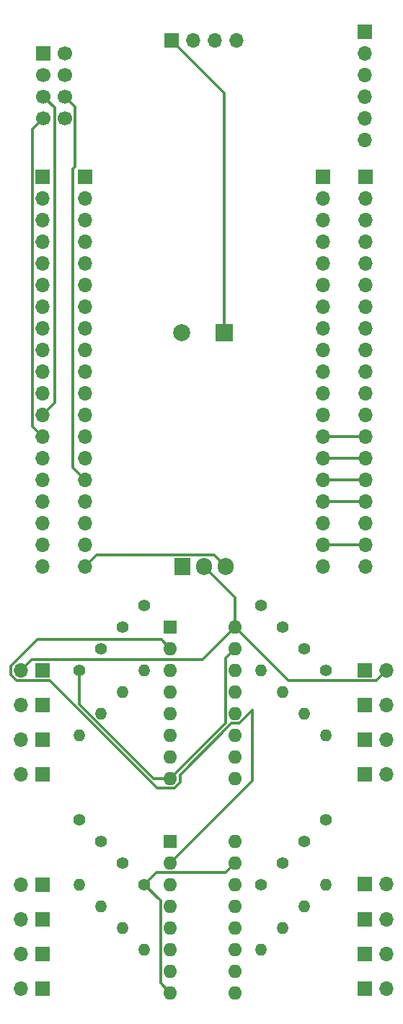
<source format=gbr>
%TF.GenerationSoftware,KiCad,Pcbnew,8.0.3*%
%TF.CreationDate,2024-06-22T22:46:11+02:00*%
%TF.ProjectId,arcade stick,61726361-6465-4207-9374-69636b2e6b69,rev?*%
%TF.SameCoordinates,Original*%
%TF.FileFunction,Copper,L2,Bot*%
%TF.FilePolarity,Positive*%
%FSLAX46Y46*%
G04 Gerber Fmt 4.6, Leading zero omitted, Abs format (unit mm)*
G04 Created by KiCad (PCBNEW 8.0.3) date 2024-06-22 22:46:11*
%MOMM*%
%LPD*%
G01*
G04 APERTURE LIST*
%TA.AperFunction,ComponentPad*%
%ADD10C,2.000000*%
%TD*%
%TA.AperFunction,ComponentPad*%
%ADD11R,2.000000X2.000000*%
%TD*%
%TA.AperFunction,ComponentPad*%
%ADD12R,1.700000X1.700000*%
%TD*%
%TA.AperFunction,ComponentPad*%
%ADD13O,1.700000X1.700000*%
%TD*%
%TA.AperFunction,ComponentPad*%
%ADD14R,1.600000X1.600000*%
%TD*%
%TA.AperFunction,ComponentPad*%
%ADD15O,1.600000X1.600000*%
%TD*%
%TA.AperFunction,ComponentPad*%
%ADD16O,1.400000X1.400000*%
%TD*%
%TA.AperFunction,ComponentPad*%
%ADD17C,1.400000*%
%TD*%
%TA.AperFunction,ComponentPad*%
%ADD18C,1.700000*%
%TD*%
%TA.AperFunction,ComponentPad*%
%ADD19O,1.905000X2.000000*%
%TD*%
%TA.AperFunction,ComponentPad*%
%ADD20R,1.905000X2.000000*%
%TD*%
%TA.AperFunction,Conductor*%
%ADD21C,0.300000*%
%TD*%
G04 APERTURE END LIST*
D10*
%TO.P,C1,2*%
%TO.N,Net-(3v3_regulator1-GND)*%
X115651677Y-70866000D03*
D11*
%TO.P,C1,1*%
%TO.N,Net-(3v3_regulator1-VO)*%
X120651677Y-70866000D03*
%TD*%
D12*
%TO.P,Oled_screen1,1,VCC*%
%TO.N,Net-(3v3_regulator1-VO)*%
X114484000Y-36576000D03*
D13*
%TO.P,Oled_screen1,2,GND*%
%TO.N,Net-(3v3_regulator1-GND)*%
X117024000Y-36576000D03*
%TO.P,Oled_screen1,3,SCK*%
%TO.N,Net-(Oled_screen1-SCK)*%
X119564000Y-36576000D03*
%TO.P,Oled_screen1,4,SDA*%
%TO.N,Net-(ESP32-WROOM-32U1-21)*%
X122104000Y-36576000D03*
%TD*%
D14*
%TO.P,U2,1,~{PL}*%
%TO.N,Net-(ESP32-WROOM-32U1-17)*%
X114357000Y-130546000D03*
D15*
%TO.P,U2,2,CP*%
%TO.N,Net-(ESP32-WROOM-32U1-16)*%
X114357000Y-133086000D03*
%TO.P,U2,3,D4*%
%TO.N,Net-(U2-D4)*%
X114357000Y-135626000D03*
%TO.P,U2,4,D5*%
%TO.N,Net-(U2-D5)*%
X114357000Y-138166000D03*
%TO.P,U2,5,D6*%
%TO.N,Net-(U2-D6)*%
X114357000Y-140706000D03*
%TO.P,U2,6,D7*%
%TO.N,Net-(U2-D7)*%
X114357000Y-143246000D03*
%TO.P,U2,7,~{Q7}*%
%TO.N,unconnected-(U2-~{Q7}-Pad7)*%
X114357000Y-145786000D03*
%TO.P,U2,8,GND*%
%TO.N,Net-(3v3_regulator1-GND)*%
X114357000Y-148326000D03*
%TO.P,U2,9,Q7*%
%TO.N,unconnected-(U2-Q7-Pad9)*%
X121977000Y-148326000D03*
%TO.P,U2,10,DS*%
%TO.N,Net-(U1-Q7)*%
X121977000Y-145786000D03*
%TO.P,U2,11,D0*%
%TO.N,Net-(U2-D0)*%
X121977000Y-143246000D03*
%TO.P,U2,12,D1*%
%TO.N,Net-(U2-D1)*%
X121977000Y-140706000D03*
%TO.P,U2,13,D2*%
%TO.N,Net-(U2-D2)*%
X121977000Y-138166000D03*
%TO.P,U2,14,D3*%
%TO.N,Net-(U2-D3)*%
X121977000Y-135626000D03*
%TO.P,U2,15,~{CE}*%
%TO.N,Net-(3v3_regulator1-GND)*%
X121977000Y-133086000D03*
%TO.P,U2,16,VCC*%
%TO.N,Net-(3v3_regulator1-VO)*%
X121977000Y-130546000D03*
%TD*%
D14*
%TO.P,U1,1,~{PL}*%
%TO.N,Net-(ESP32-WROOM-32U1-17)*%
X114347000Y-105410000D03*
D15*
%TO.P,U1,2,CP*%
%TO.N,Net-(ESP32-WROOM-32U1-16)*%
X114347000Y-107950000D03*
%TO.P,U1,3,D4*%
%TO.N,Net-(U1-D4)*%
X114347000Y-110490000D03*
%TO.P,U1,4,D5*%
%TO.N,Net-(U1-D5)*%
X114347000Y-113030000D03*
%TO.P,U1,5,D6*%
%TO.N,Net-(U1-D6)*%
X114347000Y-115570000D03*
%TO.P,U1,6,D7*%
%TO.N,Net-(U1-D7)*%
X114347000Y-118110000D03*
%TO.P,U1,7,~{Q7}*%
%TO.N,Net-(ESP32-WROOM-32U1-4)*%
X114347000Y-120650000D03*
%TO.P,U1,8,GND*%
%TO.N,Net-(3v3_regulator1-GND)*%
X114347000Y-123190000D03*
%TO.P,U1,9,Q7*%
%TO.N,Net-(U1-Q7)*%
X121967000Y-123190000D03*
%TO.P,U1,10,DS*%
%TO.N,unconnected-(U1-DS-Pad10)*%
X121967000Y-120650000D03*
%TO.P,U1,11,D0*%
%TO.N,Net-(U1-D0)*%
X121967000Y-118110000D03*
%TO.P,U1,12,D1*%
%TO.N,Net-(U1-D1)*%
X121967000Y-115570000D03*
%TO.P,U1,13,D2*%
%TO.N,Net-(U1-D2)*%
X121967000Y-113030000D03*
%TO.P,U1,14,D3*%
%TO.N,Net-(U1-D3)*%
X121967000Y-110490000D03*
%TO.P,U1,15,~{CE}*%
%TO.N,Net-(3v3_regulator1-GND)*%
X121967000Y-107950000D03*
%TO.P,U1,16,VCC*%
%TO.N,Net-(3v3_regulator1-VO)*%
X121967000Y-105410000D03*
%TD*%
D12*
%TO.P,SW16,1,1*%
%TO.N,Net-(U2-D7)*%
X99366000Y-147828000D03*
D13*
%TO.P,SW16,2,2*%
%TO.N,Net-(3v3_regulator1-VO)*%
X96826000Y-147828000D03*
%TD*%
D12*
%TO.P,SW15,1,1*%
%TO.N,Net-(U2-D6)*%
X99366000Y-143764000D03*
D13*
%TO.P,SW15,2,2*%
%TO.N,Net-(3v3_regulator1-VO)*%
X96826000Y-143764000D03*
%TD*%
D12*
%TO.P,SW14,1,1*%
%TO.N,Net-(U2-D5)*%
X99366000Y-139700000D03*
D13*
%TO.P,SW14,2,2*%
%TO.N,Net-(3v3_regulator1-VO)*%
X96826000Y-139700000D03*
%TD*%
D12*
%TO.P,SW13,1,1*%
%TO.N,Net-(U2-D4)*%
X99366000Y-135636000D03*
D13*
%TO.P,SW13,2,2*%
%TO.N,Net-(3v3_regulator1-VO)*%
X96826000Y-135636000D03*
%TD*%
%TO.P,SW12,2,2*%
%TO.N,Net-(3v3_regulator1-VO)*%
X139747000Y-135558000D03*
D12*
%TO.P,SW12,1,1*%
%TO.N,Net-(U2-D3)*%
X137207000Y-135558000D03*
%TD*%
D13*
%TO.P,SW11,2,2*%
%TO.N,Net-(3v3_regulator1-VO)*%
X139742000Y-139700000D03*
D12*
%TO.P,SW11,1,1*%
%TO.N,Net-(U2-D2)*%
X137202000Y-139700000D03*
%TD*%
D13*
%TO.P,SW10,2,2*%
%TO.N,Net-(3v3_regulator1-VO)*%
X139742000Y-143764000D03*
D12*
%TO.P,SW10,1,1*%
%TO.N,Net-(U2-D1)*%
X137202000Y-143764000D03*
%TD*%
D13*
%TO.P,SW9,2,2*%
%TO.N,Net-(3v3_regulator1-VO)*%
X139742000Y-147828000D03*
D12*
%TO.P,SW9,1,1*%
%TO.N,Net-(U2-D0)*%
X137202000Y-147828000D03*
%TD*%
D13*
%TO.P,SW8,2,2*%
%TO.N,Net-(3v3_regulator1-VO)*%
X96823500Y-122682000D03*
D12*
%TO.P,SW8,1,1*%
%TO.N,Net-(U1-D7)*%
X99363500Y-122682000D03*
%TD*%
D13*
%TO.P,SW7,2,2*%
%TO.N,Net-(3v3_regulator1-VO)*%
X96823500Y-118618000D03*
D12*
%TO.P,SW7,1,1*%
%TO.N,Net-(U1-D6)*%
X99363500Y-118618000D03*
%TD*%
D13*
%TO.P,SW6,2,2*%
%TO.N,Net-(3v3_regulator1-VO)*%
X96823500Y-114554000D03*
D12*
%TO.P,SW6,1,1*%
%TO.N,Net-(U1-D5)*%
X99363500Y-114554000D03*
%TD*%
%TO.P,SW5,1,1*%
%TO.N,Net-(U1-D4)*%
X99358500Y-110490000D03*
D13*
%TO.P,SW5,2,2*%
%TO.N,Net-(3v3_regulator1-VO)*%
X96818500Y-110490000D03*
%TD*%
D12*
%TO.P,SW4,1,1*%
%TO.N,Net-(U1-D3)*%
X137199500Y-110490000D03*
D13*
%TO.P,SW4,2,2*%
%TO.N,Net-(3v3_regulator1-VO)*%
X139739500Y-110490000D03*
%TD*%
%TO.P,SW3,2,2*%
%TO.N,Net-(3v3_regulator1-VO)*%
X139744500Y-114554000D03*
D12*
%TO.P,SW3,1,1*%
%TO.N,Net-(U1-D2)*%
X137204500Y-114554000D03*
%TD*%
D13*
%TO.P,SW2,2,2*%
%TO.N,Net-(3v3_regulator1-VO)*%
X139744500Y-118618000D03*
D12*
%TO.P,SW2,1,1*%
%TO.N,Net-(U1-D1)*%
X137204500Y-118618000D03*
%TD*%
%TO.P,SW1,1,1*%
%TO.N,Net-(U1-D0)*%
X137204500Y-122682000D03*
D13*
%TO.P,SW1,2,2*%
%TO.N,Net-(3v3_regulator1-VO)*%
X139744500Y-122682000D03*
%TD*%
D16*
%TO.P,R16,2*%
%TO.N,Net-(U2-D7)*%
X111299000Y-143256000D03*
D17*
%TO.P,R16,1*%
%TO.N,Net-(3v3_regulator1-GND)*%
X111299000Y-135636000D03*
%TD*%
D16*
%TO.P,R15,2*%
%TO.N,Net-(U2-D6)*%
X108759000Y-140716000D03*
D17*
%TO.P,R15,1*%
%TO.N,Net-(3v3_regulator1-GND)*%
X108759000Y-133096000D03*
%TD*%
D16*
%TO.P,R14,2*%
%TO.N,Net-(U2-D5)*%
X106219000Y-138176000D03*
D17*
%TO.P,R14,1*%
%TO.N,Net-(3v3_regulator1-GND)*%
X106219000Y-130556000D03*
%TD*%
D16*
%TO.P,R13,2*%
%TO.N,Net-(U2-D4)*%
X103679000Y-135636000D03*
D17*
%TO.P,R13,1*%
%TO.N,Net-(3v3_regulator1-GND)*%
X103679000Y-128016000D03*
%TD*%
%TO.P,R12,1*%
%TO.N,Net-(3v3_regulator1-GND)*%
X132645000Y-128006000D03*
D16*
%TO.P,R12,2*%
%TO.N,Net-(U2-D3)*%
X132645000Y-135626000D03*
%TD*%
D17*
%TO.P,R11,1*%
%TO.N,Net-(3v3_regulator1-GND)*%
X130105000Y-130546000D03*
D16*
%TO.P,R11,2*%
%TO.N,Net-(U2-D2)*%
X130105000Y-138166000D03*
%TD*%
D17*
%TO.P,R10,1*%
%TO.N,Net-(3v3_regulator1-GND)*%
X127565000Y-133086000D03*
D16*
%TO.P,R10,2*%
%TO.N,Net-(U2-D1)*%
X127565000Y-140706000D03*
%TD*%
D17*
%TO.P,R9,1*%
%TO.N,Net-(3v3_regulator1-GND)*%
X125025000Y-135626000D03*
D16*
%TO.P,R9,2*%
%TO.N,Net-(U2-D0)*%
X125025000Y-143246000D03*
%TD*%
D17*
%TO.P,R8,1*%
%TO.N,Net-(3v3_regulator1-GND)*%
X103681500Y-110490000D03*
D16*
%TO.P,R8,2*%
%TO.N,Net-(U1-D7)*%
X103681500Y-118110000D03*
%TD*%
%TO.P,R7,2*%
%TO.N,Net-(U1-D0)*%
X132637500Y-118110000D03*
D17*
%TO.P,R7,1*%
%TO.N,Net-(3v3_regulator1-GND)*%
X132637500Y-110490000D03*
%TD*%
D16*
%TO.P,R6,2*%
%TO.N,Net-(U1-D6)*%
X106221500Y-115570000D03*
D17*
%TO.P,R6,1*%
%TO.N,Net-(3v3_regulator1-GND)*%
X106221500Y-107950000D03*
%TD*%
D16*
%TO.P,R5,2*%
%TO.N,Net-(U1-D5)*%
X108761500Y-113030000D03*
D17*
%TO.P,R5,1*%
%TO.N,Net-(3v3_regulator1-GND)*%
X108761500Y-105410000D03*
%TD*%
%TO.P,R4,1*%
%TO.N,Net-(3v3_regulator1-GND)*%
X111301500Y-102870000D03*
D16*
%TO.P,R4,2*%
%TO.N,Net-(U1-D4)*%
X111301500Y-110490000D03*
%TD*%
%TO.P,R3,2*%
%TO.N,Net-(U1-D3)*%
X125017500Y-110490000D03*
D17*
%TO.P,R3,1*%
%TO.N,Net-(3v3_regulator1-GND)*%
X125017500Y-102870000D03*
%TD*%
%TO.P,R2,1*%
%TO.N,Net-(3v3_regulator1-GND)*%
X127557500Y-105410000D03*
D16*
%TO.P,R2,2*%
%TO.N,Net-(U1-D2)*%
X127557500Y-113030000D03*
%TD*%
D17*
%TO.P,R1,1*%
%TO.N,Net-(3v3_regulator1-GND)*%
X130097500Y-107950000D03*
D16*
%TO.P,R1,2*%
%TO.N,Net-(U1-D1)*%
X130097500Y-115570000D03*
%TD*%
D12*
%TO.P,NRF1,*%
%TO.N,*%
X137146000Y-35530000D03*
D13*
X137146000Y-38070000D03*
X137146000Y-40610000D03*
X137146000Y-43150000D03*
X137146000Y-45690000D03*
X137146000Y-48230000D03*
D12*
%TO.P,NRF1,1,GND*%
%TO.N,Net-(3v3_regulator1-GND)*%
X99408000Y-38070000D03*
D18*
%TO.P,NRF1,2,VCC*%
%TO.N,Net-(3v3_regulator1-VO)*%
X101948000Y-38070000D03*
%TO.P,NRF1,3,CE*%
%TO.N,Net-(ESP32-WROOM-32U1-32)*%
X99408000Y-40610000D03*
%TO.P,NRF1,4,~{CSN}*%
%TO.N,Net-(ESP32-WROOM-32U1-35)*%
X101948000Y-40610000D03*
%TO.P,NRF1,5,SCK*%
%TO.N,Net-(ESP32-WROOM-32U1-14)*%
X99408000Y-43150000D03*
%TO.P,NRF1,6,MOSI*%
%TO.N,Net-(ESP32-WROOM-32U1-13)*%
X101948000Y-43150000D03*
%TO.P,NRF1,7,MISO*%
%TO.N,Net-(ESP32-WROOM-32U1-12)*%
X99408000Y-45690000D03*
%TO.P,NRF1,8,IRQ*%
%TO.N,unconnected-(NRF1-IRQ-Pad8)*%
X101948000Y-45690000D03*
%TD*%
D12*
%TO.P,ESP32-WROOM-32U1,1,3.3v*%
%TO.N,unconnected-(ESP32-WROOM-32U1-3.3v-Pad1)*%
X99314000Y-52578000D03*
X104314000Y-52578000D03*
D13*
%TO.P,ESP32-WROOM-32U1,2,EN*%
%TO.N,unconnected-(ESP32-WROOM-32U1-EN-Pad2)*%
X99314000Y-55118000D03*
X104314000Y-55118000D03*
%TO.P,ESP32-WROOM-32U1,3,VP*%
%TO.N,unconnected-(ESP32-WROOM-32U1-VP-Pad3)*%
X99314000Y-57658000D03*
X104314000Y-57658000D03*
%TO.P,ESP32-WROOM-32U1,4,VN*%
%TO.N,unconnected-(ESP32-WROOM-32U1-VN-Pad4)*%
X99314000Y-60198000D03*
X104314000Y-60198000D03*
%TO.P,ESP32-WROOM-32U1,5,34*%
%TO.N,unconnected-(ESP32-WROOM-32U1-34-Pad5)*%
X99314000Y-62738000D03*
X104314000Y-62738000D03*
%TO.P,ESP32-WROOM-32U1,6,35*%
%TO.N,Net-(ESP32-WROOM-32U1-35)*%
X99314000Y-65278000D03*
X104314000Y-65278000D03*
%TO.P,ESP32-WROOM-32U1,7,32*%
%TO.N,Net-(ESP32-WROOM-32U1-32)*%
X99314000Y-67818000D03*
X104314000Y-67818000D03*
%TO.P,ESP32-WROOM-32U1,8,33*%
%TO.N,unconnected-(ESP32-WROOM-32U1-33-Pad8)*%
X99314000Y-70358000D03*
X104314000Y-70358000D03*
%TO.P,ESP32-WROOM-32U1,9,25*%
%TO.N,unconnected-(ESP32-WROOM-32U1-25-Pad9)*%
X99314000Y-72898000D03*
X104314000Y-72898000D03*
%TO.P,ESP32-WROOM-32U1,10,26*%
%TO.N,unconnected-(ESP32-WROOM-32U1-26-Pad10)*%
X99314000Y-75438000D03*
X104314000Y-75438000D03*
%TO.P,ESP32-WROOM-32U1,11,27*%
%TO.N,unconnected-(ESP32-WROOM-32U1-27-Pad11)*%
X99314000Y-77978000D03*
X104314000Y-77978000D03*
%TO.P,ESP32-WROOM-32U1,12,14*%
%TO.N,Net-(ESP32-WROOM-32U1-14)*%
X99314000Y-80518000D03*
X104314000Y-80518000D03*
%TO.P,ESP32-WROOM-32U1,13,12*%
%TO.N,Net-(ESP32-WROOM-32U1-12)*%
X99314000Y-83058000D03*
X104314000Y-83058000D03*
%TO.P,ESP32-WROOM-32U1,14,GND*%
%TO.N,Net-(3v3_regulator1-GND)*%
X99314000Y-85598000D03*
X104314000Y-85598000D03*
%TO.P,ESP32-WROOM-32U1,15,13*%
%TO.N,Net-(ESP32-WROOM-32U1-13)*%
X99314000Y-88138000D03*
X104314000Y-88138000D03*
%TO.P,ESP32-WROOM-32U1,16,D2*%
%TO.N,unconnected-(ESP32-WROOM-32U1-D2-Pad16)*%
X99314000Y-90678000D03*
X104314000Y-90678000D03*
%TO.P,ESP32-WROOM-32U1,17,D3*%
%TO.N,unconnected-(ESP32-WROOM-32U1-D3-Pad17)*%
X99314000Y-93218000D03*
X104314000Y-93218000D03*
%TO.P,ESP32-WROOM-32U1,18,CMD*%
%TO.N,unconnected-(ESP32-WROOM-32U1-CMD-Pad18)*%
X99314000Y-95758000D03*
X104314000Y-95758000D03*
%TO.P,ESP32-WROOM-32U1,19,5V*%
%TO.N,Net-(3v3_regulator1-VI)*%
X99314000Y-98298000D03*
X104314000Y-98298000D03*
D12*
%TO.P,ESP32-WROOM-32U1,20,GND*%
%TO.N,unconnected-(ESP32-WROOM-32U1-GND-Pad20)*%
X132254000Y-52578000D03*
X137254000Y-52578000D03*
D13*
%TO.P,ESP32-WROOM-32U1,21,23*%
%TO.N,unconnected-(ESP32-WROOM-32U1-23-Pad21)*%
X132254000Y-55118000D03*
X137254000Y-55118000D03*
%TO.P,ESP32-WROOM-32U1,22,22*%
%TO.N,Net-(Oled_screen1-SCK)*%
X132254000Y-57658000D03*
X137254000Y-57658000D03*
%TO.P,ESP32-WROOM-32U1,23,TX*%
%TO.N,unconnected-(ESP32-WROOM-32U1-TX-Pad23)*%
X132254000Y-60198000D03*
X137254000Y-60198000D03*
%TO.P,ESP32-WROOM-32U1,24,RX*%
%TO.N,unconnected-(ESP32-WROOM-32U1-RX-Pad24)*%
X132254000Y-62738000D03*
X137254000Y-62738000D03*
%TO.P,ESP32-WROOM-32U1,25,21*%
%TO.N,Net-(ESP32-WROOM-32U1-21)*%
X132254000Y-65278000D03*
X137254000Y-65278000D03*
%TO.P,ESP32-WROOM-32U1,26,GND*%
%TO.N,unconnected-(ESP32-WROOM-32U1-GND-Pad26)*%
X132254000Y-67818000D03*
X137254000Y-67818000D03*
%TO.P,ESP32-WROOM-32U1,27,19*%
%TO.N,unconnected-(ESP32-WROOM-32U1-19-Pad27)*%
X132254000Y-70358000D03*
X137254000Y-70358000D03*
%TO.P,ESP32-WROOM-32U1,28,18*%
%TO.N,unconnected-(ESP32-WROOM-32U1-18-Pad28)*%
X132254000Y-72898000D03*
X137254000Y-72898000D03*
%TO.P,ESP32-WROOM-32U1,29,5*%
%TO.N,unconnected-(ESP32-WROOM-32U1-5-Pad29)*%
X132254000Y-75438000D03*
X137254000Y-75438000D03*
%TO.P,ESP32-WROOM-32U1,30,17*%
%TO.N,Net-(ESP32-WROOM-32U1-17)*%
X132254000Y-77978000D03*
X137254000Y-77978000D03*
%TO.P,ESP32-WROOM-32U1,31,16*%
%TO.N,Net-(ESP32-WROOM-32U1-16)*%
X132254000Y-80518000D03*
X137254000Y-80518000D03*
%TO.P,ESP32-WROOM-32U1,32,4*%
%TO.N,Net-(ESP32-WROOM-32U1-4)*%
X132254000Y-83058000D03*
X137254000Y-83058000D03*
%TO.P,ESP32-WROOM-32U1,33,0*%
%TO.N,unconnected-(ESP32-WROOM-32U1-0-Pad33)*%
X132254000Y-85598000D03*
X137254000Y-85598000D03*
%TO.P,ESP32-WROOM-32U1,34,2*%
%TO.N,unconnected-(ESP32-WROOM-32U1-2-Pad34)*%
X132254000Y-88138000D03*
X137254000Y-88138000D03*
%TO.P,ESP32-WROOM-32U1,35,15*%
%TO.N,unconnected-(ESP32-WROOM-32U1-15-Pad35)*%
X132254000Y-90678000D03*
X137254000Y-90678000D03*
%TO.P,ESP32-WROOM-32U1,36,D1*%
%TO.N,unconnected-(ESP32-WROOM-32U1-D1-Pad36)*%
X132254000Y-93218000D03*
X137254000Y-93218000D03*
%TO.P,ESP32-WROOM-32U1,37,D0*%
%TO.N,unconnected-(ESP32-WROOM-32U1-D0-Pad37)*%
X132254000Y-95758000D03*
X137254000Y-95758000D03*
%TO.P,ESP32-WROOM-32U1,38,CLK*%
%TO.N,unconnected-(ESP32-WROOM-32U1-CLK-Pad38)*%
X132254000Y-98298000D03*
X137254000Y-98298000D03*
%TD*%
D19*
%TO.P,3v3_regulator1,3,VI*%
%TO.N,Net-(3v3_regulator1-VI)*%
X120824000Y-98298000D03*
%TO.P,3v3_regulator1,2,VO*%
%TO.N,Net-(3v3_regulator1-VO)*%
X118284000Y-98298000D03*
D20*
%TO.P,3v3_regulator1,1,GND*%
%TO.N,Net-(3v3_regulator1-GND)*%
X115744000Y-98298000D03*
%TD*%
D21*
%TO.N,Net-(3v3_regulator1-GND)*%
X113207000Y-147176000D02*
X114357000Y-148326000D01*
X113207000Y-137544000D02*
X113207000Y-147176000D01*
X111299000Y-135636000D02*
X113207000Y-137544000D01*
X112699000Y-134236000D02*
X111299000Y-135636000D01*
X120827000Y-134236000D02*
X112699000Y-134236000D01*
X121977000Y-133086000D02*
X120827000Y-134236000D01*
%TO.N,Net-(ESP32-WROOM-32U1-16)*%
X113297000Y-106900000D02*
X114347000Y-107950000D01*
X95618500Y-109992943D02*
X98711443Y-106900000D01*
X95618500Y-110987057D02*
X95618500Y-109992943D01*
X100149468Y-111690000D02*
X96321443Y-111690000D01*
X98711443Y-106900000D02*
X113297000Y-106900000D01*
X112799468Y-124340000D02*
X100149468Y-111690000D01*
X96321443Y-111690000D02*
X95618500Y-110987057D01*
X115497000Y-122747106D02*
X115497000Y-123666346D01*
X114823346Y-124340000D02*
X112799468Y-124340000D01*
X121524106Y-116720000D02*
X115497000Y-122747106D01*
X115497000Y-123666346D02*
X114823346Y-124340000D01*
X122443346Y-116720000D02*
X121524106Y-116720000D01*
X123967500Y-115195846D02*
X122443346Y-116720000D01*
X123967500Y-123475500D02*
X123967500Y-115195846D01*
X114357000Y-133086000D02*
X123967500Y-123475500D01*
%TO.N,unconnected-(ESP32-WROOM-32U1-D0-Pad37)*%
X132254000Y-95758000D02*
X137254000Y-95758000D01*
%TO.N,unconnected-(ESP32-WROOM-32U1-15-Pad35)*%
X137254000Y-90678000D02*
X132254000Y-90678000D01*
%TO.N,unconnected-(ESP32-WROOM-32U1-2-Pad34)*%
X132254000Y-88138000D02*
X137254000Y-88138000D01*
%TO.N,unconnected-(ESP32-WROOM-32U1-0-Pad33)*%
X137254000Y-85598000D02*
X132254000Y-85598000D01*
%TO.N,Net-(ESP32-WROOM-32U1-4)*%
X132254000Y-83058000D02*
X137254000Y-83058000D01*
%TO.N,Net-(3v3_regulator1-VO)*%
X121967000Y-101981000D02*
X118284000Y-98298000D01*
X121967000Y-105410000D02*
X121967000Y-101981000D01*
%TO.N,Net-(3v3_regulator1-GND)*%
X120817000Y-116720000D02*
X120817000Y-109100000D01*
X114347000Y-123190000D02*
X120817000Y-116720000D01*
X120817000Y-109100000D02*
X121967000Y-107950000D01*
X112356575Y-123190000D02*
X103681500Y-114514925D01*
X103681500Y-114514925D02*
X103681500Y-110490000D01*
X114347000Y-123190000D02*
X112356575Y-123190000D01*
%TO.N,Net-(3v3_regulator1-VO)*%
X98088500Y-109220000D02*
X96818500Y-110490000D01*
X121967000Y-105410000D02*
X118157000Y-109220000D01*
X118157000Y-109220000D02*
X98088500Y-109220000D01*
X138539500Y-111690000D02*
X139739500Y-110490000D01*
X128247000Y-111690000D02*
X138539500Y-111690000D01*
X121967000Y-105410000D02*
X128247000Y-111690000D01*
%TO.N,Net-(3v3_regulator1-VI)*%
X119474000Y-96948000D02*
X120824000Y-98298000D01*
X105664000Y-96948000D02*
X119474000Y-96948000D01*
X104314000Y-98298000D02*
X105664000Y-96948000D01*
%TO.N,Net-(ESP32-WROOM-32U1-13)*%
X102870000Y-86694000D02*
X104314000Y-88138000D01*
X102870000Y-51656000D02*
X102870000Y-86694000D01*
X103148000Y-51378000D02*
X102870000Y-51656000D01*
X103148000Y-44350000D02*
X103148000Y-51378000D01*
X101948000Y-43150000D02*
X103148000Y-44350000D01*
%TO.N,Net-(ESP32-WROOM-32U1-12)*%
X98114000Y-81858000D02*
X99314000Y-83058000D01*
X99408000Y-45690000D02*
X98114000Y-46984000D01*
X98114000Y-46984000D02*
X98114000Y-81858000D01*
%TO.N,Net-(ESP32-WROOM-32U1-14)*%
X100748000Y-79084000D02*
X99314000Y-80518000D01*
X100748000Y-44490000D02*
X100748000Y-79084000D01*
X99408000Y-43150000D02*
X100748000Y-44490000D01*
%TO.N,Net-(3v3_regulator1-VO)*%
X120651677Y-42743677D02*
X114484000Y-36576000D01*
X120651677Y-70866000D02*
X120651677Y-42743677D01*
%TD*%
M02*

</source>
